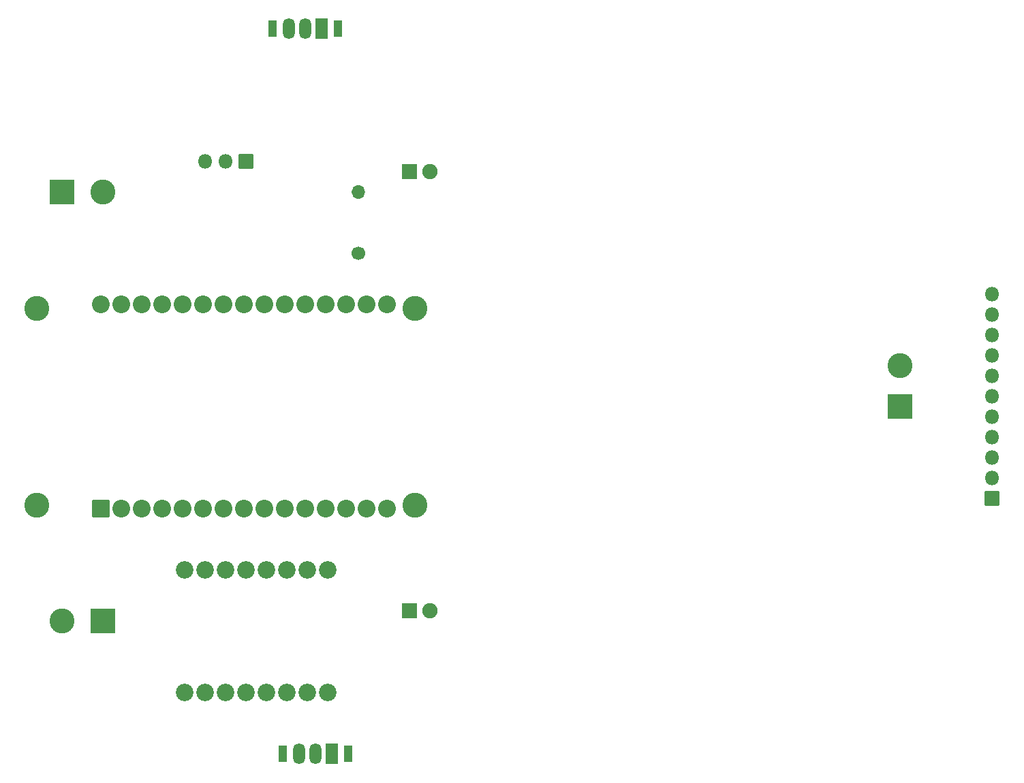
<source format=gts>
%TF.GenerationSoftware,KiCad,Pcbnew,7.0.9*%
%TF.CreationDate,2024-02-13T13:26:57+05:30*%
%TF.ProjectId,PIDFollower,50494446-6f6c-46c6-9f77-65722e6b6963,v01*%
%TF.SameCoordinates,Original*%
%TF.FileFunction,Soldermask,Top*%
%TF.FilePolarity,Negative*%
%FSLAX46Y46*%
G04 Gerber Fmt 4.6, Leading zero omitted, Abs format (unit mm)*
G04 Created by KiCad (PCBNEW 7.0.9) date 2024-02-13 13:26:57*
%MOMM*%
%LPD*%
G01*
G04 APERTURE LIST*
G04 Aperture macros list*
%AMRoundRect*
0 Rectangle with rounded corners*
0 $1 Rounding radius*
0 $2 $3 $4 $5 $6 $7 $8 $9 X,Y pos of 4 corners*
0 Add a 4 corners polygon primitive as box body*
4,1,4,$2,$3,$4,$5,$6,$7,$8,$9,$2,$3,0*
0 Add four circle primitives for the rounded corners*
1,1,$1+$1,$2,$3*
1,1,$1+$1,$4,$5*
1,1,$1+$1,$6,$7*
1,1,$1+$1,$8,$9*
0 Add four rect primitives between the rounded corners*
20,1,$1+$1,$2,$3,$4,$5,0*
20,1,$1+$1,$4,$5,$6,$7,0*
20,1,$1+$1,$6,$7,$8,$9,0*
20,1,$1+$1,$8,$9,$2,$3,0*%
G04 Aperture macros list end*
%ADD10C,3.100000*%
%ADD11RoundRect,0.102000X1.000000X-1.000000X1.000000X1.000000X-1.000000X1.000000X-1.000000X-1.000000X0*%
%ADD12C,2.204000*%
%ADD13RoundRect,0.050000X0.500000X1.000000X-0.500000X1.000000X-0.500000X-1.000000X0.500000X-1.000000X0*%
%ADD14RoundRect,0.050000X0.700000X1.250000X-0.700000X1.250000X-0.700000X-1.250000X0.700000X-1.250000X0*%
%ADD15O,1.500000X2.600000*%
%ADD16RoundRect,0.050000X1.500000X-1.500000X1.500000X1.500000X-1.500000X1.500000X-1.500000X-1.500000X0*%
%ADD17C,2.184000*%
%ADD18RoundRect,0.050000X1.500000X1.500000X-1.500000X1.500000X-1.500000X-1.500000X1.500000X-1.500000X0*%
%ADD19RoundRect,0.050000X-0.900000X-0.900000X0.900000X-0.900000X0.900000X0.900000X-0.900000X0.900000X0*%
%ADD20C,1.900000*%
%ADD21RoundRect,0.050000X-0.850000X0.850000X-0.850000X-0.850000X0.850000X-0.850000X0.850000X0.850000X0*%
%ADD22O,1.800000X1.800000*%
%ADD23C,1.700000*%
%ADD24O,1.700000X1.700000*%
%ADD25RoundRect,0.050000X-1.500000X-1.500000X1.500000X-1.500000X1.500000X1.500000X-1.500000X1.500000X0*%
%ADD26RoundRect,0.050000X-0.850000X-0.850000X0.850000X-0.850000X0.850000X0.850000X-0.850000X0.850000X0*%
G04 APERTURE END LIST*
D10*
%TO.C,U3*%
X84475000Y-106260000D03*
X131425000Y-106260000D03*
X84475000Y-81750000D03*
X131425000Y-81750000D03*
D11*
X92435000Y-106680000D03*
D12*
X94975000Y-106680000D03*
X97515000Y-106680000D03*
X100055000Y-106680000D03*
X102595000Y-106680000D03*
X105135000Y-106680000D03*
X107675000Y-106680000D03*
X110215000Y-106680000D03*
X112755000Y-106680000D03*
X115295000Y-106680000D03*
X117835000Y-106680000D03*
X120375000Y-106680000D03*
X122915000Y-106680000D03*
X125455000Y-106680000D03*
X127995000Y-106680000D03*
X127995000Y-81280000D03*
X125455000Y-81280000D03*
X122915000Y-81280000D03*
X120375000Y-81280000D03*
X117835000Y-81280000D03*
X115295000Y-81280000D03*
X112755000Y-81280000D03*
X110215000Y-81280000D03*
X107675000Y-81280000D03*
X105135000Y-81280000D03*
X102595000Y-81280000D03*
X100055000Y-81280000D03*
X97515000Y-81280000D03*
X94975000Y-81280000D03*
X92435000Y-81280000D03*
%TD*%
D13*
%TO.C,SW1*%
X121920000Y-46990000D03*
X113720000Y-46990000D03*
D14*
X119820000Y-46990000D03*
D15*
X117820000Y-46990000D03*
X115820000Y-46990000D03*
%TD*%
D16*
%TO.C,BT1*%
X191770000Y-93980000D03*
D10*
X191770000Y-88900000D03*
%TD*%
D17*
%TO.C,U1*%
X102870000Y-129540000D03*
X105410000Y-129540000D03*
X107950000Y-129540000D03*
X110490000Y-129540000D03*
X113030000Y-129540000D03*
X115570000Y-129540000D03*
X118110000Y-129540000D03*
X120650000Y-129540000D03*
X120650000Y-114300000D03*
X118110000Y-114300000D03*
X115570000Y-114300000D03*
X113030000Y-114300000D03*
X110490000Y-114300000D03*
X107950000Y-114300000D03*
X105410000Y-114300000D03*
X102870000Y-114300000D03*
%TD*%
D18*
%TO.C,M2*%
X92710000Y-120650000D03*
D10*
X87630000Y-120650000D03*
%TD*%
D19*
%TO.C,LED1*%
X130810000Y-64770000D03*
D20*
X133350000Y-64770000D03*
%TD*%
D19*
%TO.C,LED2*%
X130810000Y-119380000D03*
D20*
X133350000Y-119380000D03*
%TD*%
D21*
%TO.C,VR1*%
X110490000Y-63500000D03*
D22*
X107950000Y-63500000D03*
X105410000Y-63500000D03*
%TD*%
D23*
%TO.C,R1*%
X124460000Y-74930000D03*
D24*
X124460000Y-67310000D03*
%TD*%
D13*
%TO.C,SW2*%
X123190000Y-137160000D03*
X114990000Y-137160000D03*
D14*
X121090000Y-137160000D03*
D15*
X119090000Y-137160000D03*
X117090000Y-137160000D03*
%TD*%
D25*
%TO.C,M1*%
X87630000Y-67310000D03*
D10*
X92710000Y-67310000D03*
%TD*%
D26*
%TO.C,U2*%
X203200000Y-105410000D03*
D22*
X203200000Y-102870000D03*
X203200000Y-100330000D03*
X203200000Y-97790000D03*
X203200000Y-95250000D03*
X203200000Y-92710000D03*
X203200000Y-90170000D03*
X203200000Y-87630000D03*
X203200000Y-85090000D03*
X203200000Y-82550000D03*
X203200000Y-80010000D03*
%TD*%
M02*

</source>
